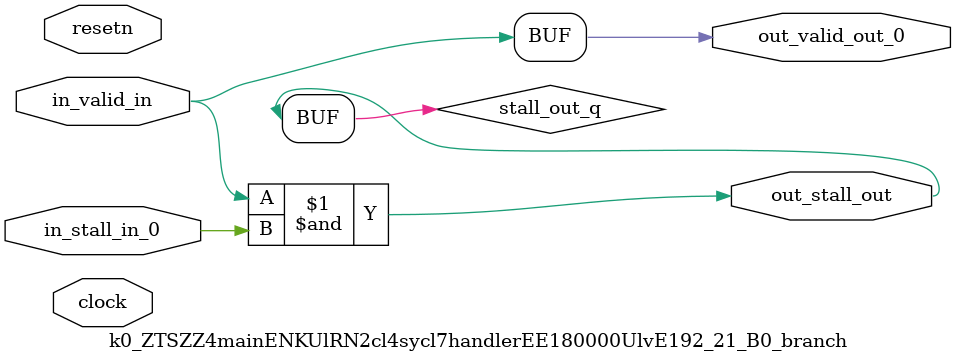
<source format=sv>



(* altera_attribute = "-name AUTO_SHIFT_REGISTER_RECOGNITION OFF; -name MESSAGE_DISABLE 10036; -name MESSAGE_DISABLE 10037; -name MESSAGE_DISABLE 14130; -name MESSAGE_DISABLE 14320; -name MESSAGE_DISABLE 15400; -name MESSAGE_DISABLE 14130; -name MESSAGE_DISABLE 10036; -name MESSAGE_DISABLE 12020; -name MESSAGE_DISABLE 12030; -name MESSAGE_DISABLE 12010; -name MESSAGE_DISABLE 12110; -name MESSAGE_DISABLE 14320; -name MESSAGE_DISABLE 13410; -name MESSAGE_DISABLE 113007; -name MESSAGE_DISABLE 10958" *)
module k0_ZTSZZ4mainENKUlRN2cl4sycl7handlerEE180000UlvE192_21_B0_branch (
    input wire [0:0] in_stall_in_0,
    input wire [0:0] in_valid_in,
    output wire [0:0] out_stall_out,
    output wire [0:0] out_valid_out_0,
    input wire clock,
    input wire resetn
    );

    wire [0:0] stall_out_q;


    // stall_out(LOGICAL,6)
    assign stall_out_q = in_valid_in & in_stall_in_0;

    // out_stall_out(GPOUT,4)
    assign out_stall_out = stall_out_q;

    // out_valid_out_0(GPOUT,5)
    assign out_valid_out_0 = in_valid_in;

endmodule

</source>
